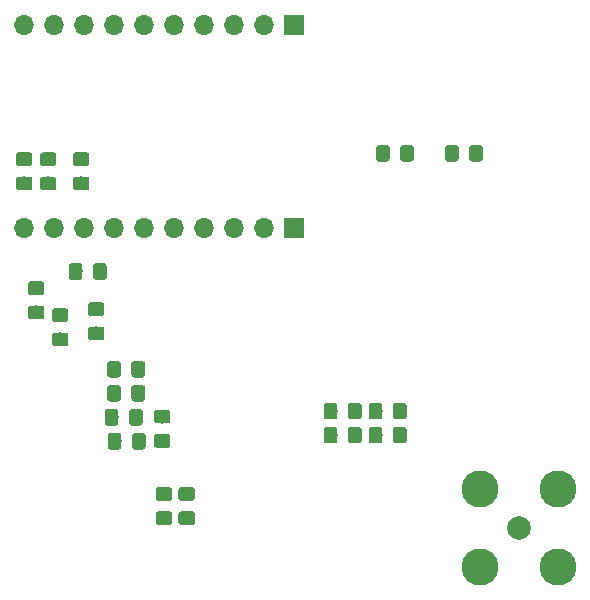
<source format=gbr>
G04 #@! TF.GenerationSoftware,KiCad,Pcbnew,(5.0.0)*
G04 #@! TF.CreationDate,2018-11-24T15:46:54-05:00*
G04 #@! TF.ProjectId,SDRRv2,5344525276322E6B696361645F706362,rev?*
G04 #@! TF.SameCoordinates,Original*
G04 #@! TF.FileFunction,Soldermask,Bot*
G04 #@! TF.FilePolarity,Negative*
%FSLAX46Y46*%
G04 Gerber Fmt 4.6, Leading zero omitted, Abs format (unit mm)*
G04 Created by KiCad (PCBNEW (5.0.0)) date 11/24/18 15:46:54*
%MOMM*%
%LPD*%
G01*
G04 APERTURE LIST*
%ADD10C,0.100000*%
%ADD11C,1.150000*%
%ADD12C,3.126000*%
%ADD13C,2.000000*%
%ADD14R,1.700000X1.700000*%
%ADD15O,1.700000X1.700000*%
G04 APERTURE END LIST*
D10*
G04 #@! TO.C,Cc2*
G36*
X23144590Y-155079043D02*
X23168858Y-155082643D01*
X23192657Y-155088604D01*
X23215756Y-155096869D01*
X23237935Y-155107359D01*
X23258978Y-155119971D01*
X23278684Y-155134586D01*
X23296862Y-155151062D01*
X23313338Y-155169240D01*
X23327953Y-155188946D01*
X23340565Y-155209989D01*
X23351055Y-155232168D01*
X23359320Y-155255267D01*
X23365281Y-155279066D01*
X23368881Y-155303334D01*
X23370085Y-155327838D01*
X23370085Y-155977840D01*
X23368881Y-156002344D01*
X23365281Y-156026612D01*
X23359320Y-156050411D01*
X23351055Y-156073510D01*
X23340565Y-156095689D01*
X23327953Y-156116732D01*
X23313338Y-156136438D01*
X23296862Y-156154616D01*
X23278684Y-156171092D01*
X23258978Y-156185707D01*
X23237935Y-156198319D01*
X23215756Y-156208809D01*
X23192657Y-156217074D01*
X23168858Y-156223035D01*
X23144590Y-156226635D01*
X23120086Y-156227839D01*
X22220084Y-156227839D01*
X22195580Y-156226635D01*
X22171312Y-156223035D01*
X22147513Y-156217074D01*
X22124414Y-156208809D01*
X22102235Y-156198319D01*
X22081192Y-156185707D01*
X22061486Y-156171092D01*
X22043308Y-156154616D01*
X22026832Y-156136438D01*
X22012217Y-156116732D01*
X21999605Y-156095689D01*
X21989115Y-156073510D01*
X21980850Y-156050411D01*
X21974889Y-156026612D01*
X21971289Y-156002344D01*
X21970085Y-155977840D01*
X21970085Y-155327838D01*
X21971289Y-155303334D01*
X21974889Y-155279066D01*
X21980850Y-155255267D01*
X21989115Y-155232168D01*
X21999605Y-155209989D01*
X22012217Y-155188946D01*
X22026832Y-155169240D01*
X22043308Y-155151062D01*
X22061486Y-155134586D01*
X22081192Y-155119971D01*
X22102235Y-155107359D01*
X22124414Y-155096869D01*
X22147513Y-155088604D01*
X22171312Y-155082643D01*
X22195580Y-155079043D01*
X22220084Y-155077839D01*
X23120086Y-155077839D01*
X23144590Y-155079043D01*
X23144590Y-155079043D01*
G37*
D11*
X22670085Y-155652839D03*
D10*
G36*
X23144590Y-153029043D02*
X23168858Y-153032643D01*
X23192657Y-153038604D01*
X23215756Y-153046869D01*
X23237935Y-153057359D01*
X23258978Y-153069971D01*
X23278684Y-153084586D01*
X23296862Y-153101062D01*
X23313338Y-153119240D01*
X23327953Y-153138946D01*
X23340565Y-153159989D01*
X23351055Y-153182168D01*
X23359320Y-153205267D01*
X23365281Y-153229066D01*
X23368881Y-153253334D01*
X23370085Y-153277838D01*
X23370085Y-153927840D01*
X23368881Y-153952344D01*
X23365281Y-153976612D01*
X23359320Y-154000411D01*
X23351055Y-154023510D01*
X23340565Y-154045689D01*
X23327953Y-154066732D01*
X23313338Y-154086438D01*
X23296862Y-154104616D01*
X23278684Y-154121092D01*
X23258978Y-154135707D01*
X23237935Y-154148319D01*
X23215756Y-154158809D01*
X23192657Y-154167074D01*
X23168858Y-154173035D01*
X23144590Y-154176635D01*
X23120086Y-154177839D01*
X22220084Y-154177839D01*
X22195580Y-154176635D01*
X22171312Y-154173035D01*
X22147513Y-154167074D01*
X22124414Y-154158809D01*
X22102235Y-154148319D01*
X22081192Y-154135707D01*
X22061486Y-154121092D01*
X22043308Y-154104616D01*
X22026832Y-154086438D01*
X22012217Y-154066732D01*
X21999605Y-154045689D01*
X21989115Y-154023510D01*
X21980850Y-154000411D01*
X21974889Y-153976612D01*
X21971289Y-153952344D01*
X21970085Y-153927840D01*
X21970085Y-153277838D01*
X21971289Y-153253334D01*
X21974889Y-153229066D01*
X21980850Y-153205267D01*
X21989115Y-153182168D01*
X21999605Y-153159989D01*
X22012217Y-153138946D01*
X22026832Y-153119240D01*
X22043308Y-153101062D01*
X22061486Y-153084586D01*
X22081192Y-153069971D01*
X22102235Y-153057359D01*
X22124414Y-153046869D01*
X22147513Y-153038604D01*
X22171312Y-153032643D01*
X22195580Y-153029043D01*
X22220084Y-153027839D01*
X23120086Y-153027839D01*
X23144590Y-153029043D01*
X23144590Y-153029043D01*
G37*
D11*
X22670085Y-153602839D03*
G04 #@! TD*
D10*
G04 #@! TO.C,Cc3*
G36*
X25176590Y-155088043D02*
X25200858Y-155091643D01*
X25224657Y-155097604D01*
X25247756Y-155105869D01*
X25269935Y-155116359D01*
X25290978Y-155128971D01*
X25310684Y-155143586D01*
X25328862Y-155160062D01*
X25345338Y-155178240D01*
X25359953Y-155197946D01*
X25372565Y-155218989D01*
X25383055Y-155241168D01*
X25391320Y-155264267D01*
X25397281Y-155288066D01*
X25400881Y-155312334D01*
X25402085Y-155336838D01*
X25402085Y-155986840D01*
X25400881Y-156011344D01*
X25397281Y-156035612D01*
X25391320Y-156059411D01*
X25383055Y-156082510D01*
X25372565Y-156104689D01*
X25359953Y-156125732D01*
X25345338Y-156145438D01*
X25328862Y-156163616D01*
X25310684Y-156180092D01*
X25290978Y-156194707D01*
X25269935Y-156207319D01*
X25247756Y-156217809D01*
X25224657Y-156226074D01*
X25200858Y-156232035D01*
X25176590Y-156235635D01*
X25152086Y-156236839D01*
X24252084Y-156236839D01*
X24227580Y-156235635D01*
X24203312Y-156232035D01*
X24179513Y-156226074D01*
X24156414Y-156217809D01*
X24134235Y-156207319D01*
X24113192Y-156194707D01*
X24093486Y-156180092D01*
X24075308Y-156163616D01*
X24058832Y-156145438D01*
X24044217Y-156125732D01*
X24031605Y-156104689D01*
X24021115Y-156082510D01*
X24012850Y-156059411D01*
X24006889Y-156035612D01*
X24003289Y-156011344D01*
X24002085Y-155986840D01*
X24002085Y-155336838D01*
X24003289Y-155312334D01*
X24006889Y-155288066D01*
X24012850Y-155264267D01*
X24021115Y-155241168D01*
X24031605Y-155218989D01*
X24044217Y-155197946D01*
X24058832Y-155178240D01*
X24075308Y-155160062D01*
X24093486Y-155143586D01*
X24113192Y-155128971D01*
X24134235Y-155116359D01*
X24156414Y-155105869D01*
X24179513Y-155097604D01*
X24203312Y-155091643D01*
X24227580Y-155088043D01*
X24252084Y-155086839D01*
X25152086Y-155086839D01*
X25176590Y-155088043D01*
X25176590Y-155088043D01*
G37*
D11*
X24702085Y-155661839D03*
D10*
G36*
X25176590Y-153038043D02*
X25200858Y-153041643D01*
X25224657Y-153047604D01*
X25247756Y-153055869D01*
X25269935Y-153066359D01*
X25290978Y-153078971D01*
X25310684Y-153093586D01*
X25328862Y-153110062D01*
X25345338Y-153128240D01*
X25359953Y-153147946D01*
X25372565Y-153168989D01*
X25383055Y-153191168D01*
X25391320Y-153214267D01*
X25397281Y-153238066D01*
X25400881Y-153262334D01*
X25402085Y-153286838D01*
X25402085Y-153936840D01*
X25400881Y-153961344D01*
X25397281Y-153985612D01*
X25391320Y-154009411D01*
X25383055Y-154032510D01*
X25372565Y-154054689D01*
X25359953Y-154075732D01*
X25345338Y-154095438D01*
X25328862Y-154113616D01*
X25310684Y-154130092D01*
X25290978Y-154144707D01*
X25269935Y-154157319D01*
X25247756Y-154167809D01*
X25224657Y-154176074D01*
X25200858Y-154182035D01*
X25176590Y-154185635D01*
X25152086Y-154186839D01*
X24252084Y-154186839D01*
X24227580Y-154185635D01*
X24203312Y-154182035D01*
X24179513Y-154176074D01*
X24156414Y-154167809D01*
X24134235Y-154157319D01*
X24113192Y-154144707D01*
X24093486Y-154130092D01*
X24075308Y-154113616D01*
X24058832Y-154095438D01*
X24044217Y-154075732D01*
X24031605Y-154054689D01*
X24021115Y-154032510D01*
X24012850Y-154009411D01*
X24006889Y-153985612D01*
X24003289Y-153961344D01*
X24002085Y-153936840D01*
X24002085Y-153286838D01*
X24003289Y-153262334D01*
X24006889Y-153238066D01*
X24012850Y-153214267D01*
X24021115Y-153191168D01*
X24031605Y-153168989D01*
X24044217Y-153147946D01*
X24058832Y-153128240D01*
X24075308Y-153110062D01*
X24093486Y-153093586D01*
X24113192Y-153078971D01*
X24134235Y-153066359D01*
X24156414Y-153055869D01*
X24179513Y-153047604D01*
X24203312Y-153041643D01*
X24227580Y-153038043D01*
X24252084Y-153036839D01*
X25152086Y-153036839D01*
X25176590Y-153038043D01*
X25176590Y-153038043D01*
G37*
D11*
X24702085Y-153611839D03*
G04 #@! TD*
D10*
G04 #@! TO.C,Cc6*
G36*
X61280990Y-152405043D02*
X61305258Y-152408643D01*
X61329057Y-152414604D01*
X61352156Y-152422869D01*
X61374335Y-152433359D01*
X61395378Y-152445971D01*
X61415084Y-152460586D01*
X61433262Y-152477062D01*
X61449738Y-152495240D01*
X61464353Y-152514946D01*
X61476965Y-152535989D01*
X61487455Y-152558168D01*
X61495720Y-152581267D01*
X61501681Y-152605066D01*
X61505281Y-152629334D01*
X61506485Y-152653838D01*
X61506485Y-153553840D01*
X61505281Y-153578344D01*
X61501681Y-153602612D01*
X61495720Y-153626411D01*
X61487455Y-153649510D01*
X61476965Y-153671689D01*
X61464353Y-153692732D01*
X61449738Y-153712438D01*
X61433262Y-153730616D01*
X61415084Y-153747092D01*
X61395378Y-153761707D01*
X61374335Y-153774319D01*
X61352156Y-153784809D01*
X61329057Y-153793074D01*
X61305258Y-153799035D01*
X61280990Y-153802635D01*
X61256486Y-153803839D01*
X60606484Y-153803839D01*
X60581980Y-153802635D01*
X60557712Y-153799035D01*
X60533913Y-153793074D01*
X60510814Y-153784809D01*
X60488635Y-153774319D01*
X60467592Y-153761707D01*
X60447886Y-153747092D01*
X60429708Y-153730616D01*
X60413232Y-153712438D01*
X60398617Y-153692732D01*
X60386005Y-153671689D01*
X60375515Y-153649510D01*
X60367250Y-153626411D01*
X60361289Y-153602612D01*
X60357689Y-153578344D01*
X60356485Y-153553840D01*
X60356485Y-152653838D01*
X60357689Y-152629334D01*
X60361289Y-152605066D01*
X60367250Y-152581267D01*
X60375515Y-152558168D01*
X60386005Y-152535989D01*
X60398617Y-152514946D01*
X60413232Y-152495240D01*
X60429708Y-152477062D01*
X60447886Y-152460586D01*
X60467592Y-152445971D01*
X60488635Y-152433359D01*
X60510814Y-152422869D01*
X60533913Y-152414604D01*
X60557712Y-152408643D01*
X60581980Y-152405043D01*
X60606484Y-152403839D01*
X61256486Y-152403839D01*
X61280990Y-152405043D01*
X61280990Y-152405043D01*
G37*
D11*
X60931485Y-153103839D03*
D10*
G36*
X59230990Y-152405043D02*
X59255258Y-152408643D01*
X59279057Y-152414604D01*
X59302156Y-152422869D01*
X59324335Y-152433359D01*
X59345378Y-152445971D01*
X59365084Y-152460586D01*
X59383262Y-152477062D01*
X59399738Y-152495240D01*
X59414353Y-152514946D01*
X59426965Y-152535989D01*
X59437455Y-152558168D01*
X59445720Y-152581267D01*
X59451681Y-152605066D01*
X59455281Y-152629334D01*
X59456485Y-152653838D01*
X59456485Y-153553840D01*
X59455281Y-153578344D01*
X59451681Y-153602612D01*
X59445720Y-153626411D01*
X59437455Y-153649510D01*
X59426965Y-153671689D01*
X59414353Y-153692732D01*
X59399738Y-153712438D01*
X59383262Y-153730616D01*
X59365084Y-153747092D01*
X59345378Y-153761707D01*
X59324335Y-153774319D01*
X59302156Y-153784809D01*
X59279057Y-153793074D01*
X59255258Y-153799035D01*
X59230990Y-153802635D01*
X59206486Y-153803839D01*
X58556484Y-153803839D01*
X58531980Y-153802635D01*
X58507712Y-153799035D01*
X58483913Y-153793074D01*
X58460814Y-153784809D01*
X58438635Y-153774319D01*
X58417592Y-153761707D01*
X58397886Y-153747092D01*
X58379708Y-153730616D01*
X58363232Y-153712438D01*
X58348617Y-153692732D01*
X58336005Y-153671689D01*
X58325515Y-153649510D01*
X58317250Y-153626411D01*
X58311289Y-153602612D01*
X58307689Y-153578344D01*
X58306485Y-153553840D01*
X58306485Y-152653838D01*
X58307689Y-152629334D01*
X58311289Y-152605066D01*
X58317250Y-152581267D01*
X58325515Y-152558168D01*
X58336005Y-152535989D01*
X58348617Y-152514946D01*
X58363232Y-152495240D01*
X58379708Y-152477062D01*
X58397886Y-152460586D01*
X58417592Y-152445971D01*
X58438635Y-152433359D01*
X58460814Y-152422869D01*
X58483913Y-152414604D01*
X58507712Y-152408643D01*
X58531980Y-152405043D01*
X58556484Y-152403839D01*
X59206486Y-152403839D01*
X59230990Y-152405043D01*
X59230990Y-152405043D01*
G37*
D11*
X58881485Y-153103839D03*
G04 #@! TD*
D10*
G04 #@! TO.C,Cc7*
G36*
X53388990Y-152405043D02*
X53413258Y-152408643D01*
X53437057Y-152414604D01*
X53460156Y-152422869D01*
X53482335Y-152433359D01*
X53503378Y-152445971D01*
X53523084Y-152460586D01*
X53541262Y-152477062D01*
X53557738Y-152495240D01*
X53572353Y-152514946D01*
X53584965Y-152535989D01*
X53595455Y-152558168D01*
X53603720Y-152581267D01*
X53609681Y-152605066D01*
X53613281Y-152629334D01*
X53614485Y-152653838D01*
X53614485Y-153553840D01*
X53613281Y-153578344D01*
X53609681Y-153602612D01*
X53603720Y-153626411D01*
X53595455Y-153649510D01*
X53584965Y-153671689D01*
X53572353Y-153692732D01*
X53557738Y-153712438D01*
X53541262Y-153730616D01*
X53523084Y-153747092D01*
X53503378Y-153761707D01*
X53482335Y-153774319D01*
X53460156Y-153784809D01*
X53437057Y-153793074D01*
X53413258Y-153799035D01*
X53388990Y-153802635D01*
X53364486Y-153803839D01*
X52714484Y-153803839D01*
X52689980Y-153802635D01*
X52665712Y-153799035D01*
X52641913Y-153793074D01*
X52618814Y-153784809D01*
X52596635Y-153774319D01*
X52575592Y-153761707D01*
X52555886Y-153747092D01*
X52537708Y-153730616D01*
X52521232Y-153712438D01*
X52506617Y-153692732D01*
X52494005Y-153671689D01*
X52483515Y-153649510D01*
X52475250Y-153626411D01*
X52469289Y-153602612D01*
X52465689Y-153578344D01*
X52464485Y-153553840D01*
X52464485Y-152653838D01*
X52465689Y-152629334D01*
X52469289Y-152605066D01*
X52475250Y-152581267D01*
X52483515Y-152558168D01*
X52494005Y-152535989D01*
X52506617Y-152514946D01*
X52521232Y-152495240D01*
X52537708Y-152477062D01*
X52555886Y-152460586D01*
X52575592Y-152445971D01*
X52596635Y-152433359D01*
X52618814Y-152422869D01*
X52641913Y-152414604D01*
X52665712Y-152408643D01*
X52689980Y-152405043D01*
X52714484Y-152403839D01*
X53364486Y-152403839D01*
X53388990Y-152405043D01*
X53388990Y-152405043D01*
G37*
D11*
X53039485Y-153103839D03*
D10*
G36*
X55438990Y-152405043D02*
X55463258Y-152408643D01*
X55487057Y-152414604D01*
X55510156Y-152422869D01*
X55532335Y-152433359D01*
X55553378Y-152445971D01*
X55573084Y-152460586D01*
X55591262Y-152477062D01*
X55607738Y-152495240D01*
X55622353Y-152514946D01*
X55634965Y-152535989D01*
X55645455Y-152558168D01*
X55653720Y-152581267D01*
X55659681Y-152605066D01*
X55663281Y-152629334D01*
X55664485Y-152653838D01*
X55664485Y-153553840D01*
X55663281Y-153578344D01*
X55659681Y-153602612D01*
X55653720Y-153626411D01*
X55645455Y-153649510D01*
X55634965Y-153671689D01*
X55622353Y-153692732D01*
X55607738Y-153712438D01*
X55591262Y-153730616D01*
X55573084Y-153747092D01*
X55553378Y-153761707D01*
X55532335Y-153774319D01*
X55510156Y-153784809D01*
X55487057Y-153793074D01*
X55463258Y-153799035D01*
X55438990Y-153802635D01*
X55414486Y-153803839D01*
X54764484Y-153803839D01*
X54739980Y-153802635D01*
X54715712Y-153799035D01*
X54691913Y-153793074D01*
X54668814Y-153784809D01*
X54646635Y-153774319D01*
X54625592Y-153761707D01*
X54605886Y-153747092D01*
X54587708Y-153730616D01*
X54571232Y-153712438D01*
X54556617Y-153692732D01*
X54544005Y-153671689D01*
X54533515Y-153649510D01*
X54525250Y-153626411D01*
X54519289Y-153602612D01*
X54515689Y-153578344D01*
X54514485Y-153553840D01*
X54514485Y-152653838D01*
X54515689Y-152629334D01*
X54519289Y-152605066D01*
X54525250Y-152581267D01*
X54533515Y-152558168D01*
X54544005Y-152535989D01*
X54556617Y-152514946D01*
X54571232Y-152495240D01*
X54587708Y-152477062D01*
X54605886Y-152460586D01*
X54625592Y-152445971D01*
X54646635Y-152433359D01*
X54668814Y-152422869D01*
X54691913Y-152414604D01*
X54715712Y-152408643D01*
X54739980Y-152405043D01*
X54764484Y-152403839D01*
X55414486Y-152403839D01*
X55438990Y-152405043D01*
X55438990Y-152405043D01*
G37*
D11*
X55089485Y-153103839D03*
G04 #@! TD*
D10*
G04 #@! TO.C,Cc8*
G36*
X27970590Y-153029043D02*
X27994858Y-153032643D01*
X28018657Y-153038604D01*
X28041756Y-153046869D01*
X28063935Y-153057359D01*
X28084978Y-153069971D01*
X28104684Y-153084586D01*
X28122862Y-153101062D01*
X28139338Y-153119240D01*
X28153953Y-153138946D01*
X28166565Y-153159989D01*
X28177055Y-153182168D01*
X28185320Y-153205267D01*
X28191281Y-153229066D01*
X28194881Y-153253334D01*
X28196085Y-153277838D01*
X28196085Y-153927840D01*
X28194881Y-153952344D01*
X28191281Y-153976612D01*
X28185320Y-154000411D01*
X28177055Y-154023510D01*
X28166565Y-154045689D01*
X28153953Y-154066732D01*
X28139338Y-154086438D01*
X28122862Y-154104616D01*
X28104684Y-154121092D01*
X28084978Y-154135707D01*
X28063935Y-154148319D01*
X28041756Y-154158809D01*
X28018657Y-154167074D01*
X27994858Y-154173035D01*
X27970590Y-154176635D01*
X27946086Y-154177839D01*
X27046084Y-154177839D01*
X27021580Y-154176635D01*
X26997312Y-154173035D01*
X26973513Y-154167074D01*
X26950414Y-154158809D01*
X26928235Y-154148319D01*
X26907192Y-154135707D01*
X26887486Y-154121092D01*
X26869308Y-154104616D01*
X26852832Y-154086438D01*
X26838217Y-154066732D01*
X26825605Y-154045689D01*
X26815115Y-154023510D01*
X26806850Y-154000411D01*
X26800889Y-153976612D01*
X26797289Y-153952344D01*
X26796085Y-153927840D01*
X26796085Y-153277838D01*
X26797289Y-153253334D01*
X26800889Y-153229066D01*
X26806850Y-153205267D01*
X26815115Y-153182168D01*
X26825605Y-153159989D01*
X26838217Y-153138946D01*
X26852832Y-153119240D01*
X26869308Y-153101062D01*
X26887486Y-153084586D01*
X26907192Y-153069971D01*
X26928235Y-153057359D01*
X26950414Y-153046869D01*
X26973513Y-153038604D01*
X26997312Y-153032643D01*
X27021580Y-153029043D01*
X27046084Y-153027839D01*
X27946086Y-153027839D01*
X27970590Y-153029043D01*
X27970590Y-153029043D01*
G37*
D11*
X27496085Y-153602839D03*
D10*
G36*
X27970590Y-155079043D02*
X27994858Y-155082643D01*
X28018657Y-155088604D01*
X28041756Y-155096869D01*
X28063935Y-155107359D01*
X28084978Y-155119971D01*
X28104684Y-155134586D01*
X28122862Y-155151062D01*
X28139338Y-155169240D01*
X28153953Y-155188946D01*
X28166565Y-155209989D01*
X28177055Y-155232168D01*
X28185320Y-155255267D01*
X28191281Y-155279066D01*
X28194881Y-155303334D01*
X28196085Y-155327838D01*
X28196085Y-155977840D01*
X28194881Y-156002344D01*
X28191281Y-156026612D01*
X28185320Y-156050411D01*
X28177055Y-156073510D01*
X28166565Y-156095689D01*
X28153953Y-156116732D01*
X28139338Y-156136438D01*
X28122862Y-156154616D01*
X28104684Y-156171092D01*
X28084978Y-156185707D01*
X28063935Y-156198319D01*
X28041756Y-156208809D01*
X28018657Y-156217074D01*
X27994858Y-156223035D01*
X27970590Y-156226635D01*
X27946086Y-156227839D01*
X27046084Y-156227839D01*
X27021580Y-156226635D01*
X26997312Y-156223035D01*
X26973513Y-156217074D01*
X26950414Y-156208809D01*
X26928235Y-156198319D01*
X26907192Y-156185707D01*
X26887486Y-156171092D01*
X26869308Y-156154616D01*
X26852832Y-156136438D01*
X26838217Y-156116732D01*
X26825605Y-156095689D01*
X26815115Y-156073510D01*
X26806850Y-156050411D01*
X26800889Y-156026612D01*
X26797289Y-156002344D01*
X26796085Y-155977840D01*
X26796085Y-155327838D01*
X26797289Y-155303334D01*
X26800889Y-155279066D01*
X26806850Y-155255267D01*
X26815115Y-155232168D01*
X26825605Y-155209989D01*
X26838217Y-155188946D01*
X26852832Y-155169240D01*
X26869308Y-155151062D01*
X26887486Y-155134586D01*
X26907192Y-155119971D01*
X26928235Y-155107359D01*
X26950414Y-155096869D01*
X26973513Y-155088604D01*
X26997312Y-155082643D01*
X27021580Y-155079043D01*
X27046084Y-155077839D01*
X27946086Y-155077839D01*
X27970590Y-155079043D01*
X27970590Y-155079043D01*
G37*
D11*
X27496085Y-155652839D03*
G04 #@! TD*
D10*
G04 #@! TO.C,Cc10*
G36*
X54826285Y-174242168D02*
X54850553Y-174245768D01*
X54874352Y-174251729D01*
X54897451Y-174259994D01*
X54919630Y-174270484D01*
X54940673Y-174283096D01*
X54960379Y-174297711D01*
X54978557Y-174314187D01*
X54995033Y-174332365D01*
X55009648Y-174352071D01*
X55022260Y-174373114D01*
X55032750Y-174395293D01*
X55041015Y-174418392D01*
X55046976Y-174442191D01*
X55050576Y-174466459D01*
X55051780Y-174490963D01*
X55051780Y-175390965D01*
X55050576Y-175415469D01*
X55046976Y-175439737D01*
X55041015Y-175463536D01*
X55032750Y-175486635D01*
X55022260Y-175508814D01*
X55009648Y-175529857D01*
X54995033Y-175549563D01*
X54978557Y-175567741D01*
X54960379Y-175584217D01*
X54940673Y-175598832D01*
X54919630Y-175611444D01*
X54897451Y-175621934D01*
X54874352Y-175630199D01*
X54850553Y-175636160D01*
X54826285Y-175639760D01*
X54801781Y-175640964D01*
X54151779Y-175640964D01*
X54127275Y-175639760D01*
X54103007Y-175636160D01*
X54079208Y-175630199D01*
X54056109Y-175621934D01*
X54033930Y-175611444D01*
X54012887Y-175598832D01*
X53993181Y-175584217D01*
X53975003Y-175567741D01*
X53958527Y-175549563D01*
X53943912Y-175529857D01*
X53931300Y-175508814D01*
X53920810Y-175486635D01*
X53912545Y-175463536D01*
X53906584Y-175439737D01*
X53902984Y-175415469D01*
X53901780Y-175390965D01*
X53901780Y-174490963D01*
X53902984Y-174466459D01*
X53906584Y-174442191D01*
X53912545Y-174418392D01*
X53920810Y-174395293D01*
X53931300Y-174373114D01*
X53943912Y-174352071D01*
X53958527Y-174332365D01*
X53975003Y-174314187D01*
X53993181Y-174297711D01*
X54012887Y-174283096D01*
X54033930Y-174270484D01*
X54056109Y-174259994D01*
X54079208Y-174251729D01*
X54103007Y-174245768D01*
X54127275Y-174242168D01*
X54151779Y-174240964D01*
X54801781Y-174240964D01*
X54826285Y-174242168D01*
X54826285Y-174242168D01*
G37*
D11*
X54476780Y-174940964D03*
D10*
G36*
X52776285Y-174242168D02*
X52800553Y-174245768D01*
X52824352Y-174251729D01*
X52847451Y-174259994D01*
X52869630Y-174270484D01*
X52890673Y-174283096D01*
X52910379Y-174297711D01*
X52928557Y-174314187D01*
X52945033Y-174332365D01*
X52959648Y-174352071D01*
X52972260Y-174373114D01*
X52982750Y-174395293D01*
X52991015Y-174418392D01*
X52996976Y-174442191D01*
X53000576Y-174466459D01*
X53001780Y-174490963D01*
X53001780Y-175390965D01*
X53000576Y-175415469D01*
X52996976Y-175439737D01*
X52991015Y-175463536D01*
X52982750Y-175486635D01*
X52972260Y-175508814D01*
X52959648Y-175529857D01*
X52945033Y-175549563D01*
X52928557Y-175567741D01*
X52910379Y-175584217D01*
X52890673Y-175598832D01*
X52869630Y-175611444D01*
X52847451Y-175621934D01*
X52824352Y-175630199D01*
X52800553Y-175636160D01*
X52776285Y-175639760D01*
X52751781Y-175640964D01*
X52101779Y-175640964D01*
X52077275Y-175639760D01*
X52053007Y-175636160D01*
X52029208Y-175630199D01*
X52006109Y-175621934D01*
X51983930Y-175611444D01*
X51962887Y-175598832D01*
X51943181Y-175584217D01*
X51925003Y-175567741D01*
X51908527Y-175549563D01*
X51893912Y-175529857D01*
X51881300Y-175508814D01*
X51870810Y-175486635D01*
X51862545Y-175463536D01*
X51856584Y-175439737D01*
X51852984Y-175415469D01*
X51851780Y-175390965D01*
X51851780Y-174490963D01*
X51852984Y-174466459D01*
X51856584Y-174442191D01*
X51862545Y-174418392D01*
X51870810Y-174395293D01*
X51881300Y-174373114D01*
X51893912Y-174352071D01*
X51908527Y-174332365D01*
X51925003Y-174314187D01*
X51943181Y-174297711D01*
X51962887Y-174283096D01*
X51983930Y-174270484D01*
X52006109Y-174259994D01*
X52029208Y-174251729D01*
X52053007Y-174245768D01*
X52077275Y-174242168D01*
X52101779Y-174240964D01*
X52751781Y-174240964D01*
X52776285Y-174242168D01*
X52776285Y-174242168D01*
G37*
D11*
X52426780Y-174940964D03*
G04 #@! TD*
D10*
G04 #@! TO.C,Cc11*
G36*
X52776285Y-176274168D02*
X52800553Y-176277768D01*
X52824352Y-176283729D01*
X52847451Y-176291994D01*
X52869630Y-176302484D01*
X52890673Y-176315096D01*
X52910379Y-176329711D01*
X52928557Y-176346187D01*
X52945033Y-176364365D01*
X52959648Y-176384071D01*
X52972260Y-176405114D01*
X52982750Y-176427293D01*
X52991015Y-176450392D01*
X52996976Y-176474191D01*
X53000576Y-176498459D01*
X53001780Y-176522963D01*
X53001780Y-177422965D01*
X53000576Y-177447469D01*
X52996976Y-177471737D01*
X52991015Y-177495536D01*
X52982750Y-177518635D01*
X52972260Y-177540814D01*
X52959648Y-177561857D01*
X52945033Y-177581563D01*
X52928557Y-177599741D01*
X52910379Y-177616217D01*
X52890673Y-177630832D01*
X52869630Y-177643444D01*
X52847451Y-177653934D01*
X52824352Y-177662199D01*
X52800553Y-177668160D01*
X52776285Y-177671760D01*
X52751781Y-177672964D01*
X52101779Y-177672964D01*
X52077275Y-177671760D01*
X52053007Y-177668160D01*
X52029208Y-177662199D01*
X52006109Y-177653934D01*
X51983930Y-177643444D01*
X51962887Y-177630832D01*
X51943181Y-177616217D01*
X51925003Y-177599741D01*
X51908527Y-177581563D01*
X51893912Y-177561857D01*
X51881300Y-177540814D01*
X51870810Y-177518635D01*
X51862545Y-177495536D01*
X51856584Y-177471737D01*
X51852984Y-177447469D01*
X51851780Y-177422965D01*
X51851780Y-176522963D01*
X51852984Y-176498459D01*
X51856584Y-176474191D01*
X51862545Y-176450392D01*
X51870810Y-176427293D01*
X51881300Y-176405114D01*
X51893912Y-176384071D01*
X51908527Y-176364365D01*
X51925003Y-176346187D01*
X51943181Y-176329711D01*
X51962887Y-176315096D01*
X51983930Y-176302484D01*
X52006109Y-176291994D01*
X52029208Y-176283729D01*
X52053007Y-176277768D01*
X52077275Y-176274168D01*
X52101779Y-176272964D01*
X52751781Y-176272964D01*
X52776285Y-176274168D01*
X52776285Y-176274168D01*
G37*
D11*
X52426780Y-176972964D03*
D10*
G36*
X54826285Y-176274168D02*
X54850553Y-176277768D01*
X54874352Y-176283729D01*
X54897451Y-176291994D01*
X54919630Y-176302484D01*
X54940673Y-176315096D01*
X54960379Y-176329711D01*
X54978557Y-176346187D01*
X54995033Y-176364365D01*
X55009648Y-176384071D01*
X55022260Y-176405114D01*
X55032750Y-176427293D01*
X55041015Y-176450392D01*
X55046976Y-176474191D01*
X55050576Y-176498459D01*
X55051780Y-176522963D01*
X55051780Y-177422965D01*
X55050576Y-177447469D01*
X55046976Y-177471737D01*
X55041015Y-177495536D01*
X55032750Y-177518635D01*
X55022260Y-177540814D01*
X55009648Y-177561857D01*
X54995033Y-177581563D01*
X54978557Y-177599741D01*
X54960379Y-177616217D01*
X54940673Y-177630832D01*
X54919630Y-177643444D01*
X54897451Y-177653934D01*
X54874352Y-177662199D01*
X54850553Y-177668160D01*
X54826285Y-177671760D01*
X54801781Y-177672964D01*
X54151779Y-177672964D01*
X54127275Y-177671760D01*
X54103007Y-177668160D01*
X54079208Y-177662199D01*
X54056109Y-177653934D01*
X54033930Y-177643444D01*
X54012887Y-177630832D01*
X53993181Y-177616217D01*
X53975003Y-177599741D01*
X53958527Y-177581563D01*
X53943912Y-177561857D01*
X53931300Y-177540814D01*
X53920810Y-177518635D01*
X53912545Y-177495536D01*
X53906584Y-177471737D01*
X53902984Y-177447469D01*
X53901780Y-177422965D01*
X53901780Y-176522963D01*
X53902984Y-176498459D01*
X53906584Y-176474191D01*
X53912545Y-176450392D01*
X53920810Y-176427293D01*
X53931300Y-176405114D01*
X53943912Y-176384071D01*
X53958527Y-176364365D01*
X53975003Y-176346187D01*
X53993181Y-176329711D01*
X54012887Y-176315096D01*
X54033930Y-176302484D01*
X54056109Y-176291994D01*
X54079208Y-176283729D01*
X54103007Y-176277768D01*
X54127275Y-176274168D01*
X54151779Y-176272964D01*
X54801781Y-176272964D01*
X54826285Y-176274168D01*
X54826285Y-176274168D01*
G37*
D11*
X54476780Y-176972964D03*
G04 #@! TD*
D10*
G04 #@! TO.C,Cc14*
G36*
X51016285Y-174242168D02*
X51040553Y-174245768D01*
X51064352Y-174251729D01*
X51087451Y-174259994D01*
X51109630Y-174270484D01*
X51130673Y-174283096D01*
X51150379Y-174297711D01*
X51168557Y-174314187D01*
X51185033Y-174332365D01*
X51199648Y-174352071D01*
X51212260Y-174373114D01*
X51222750Y-174395293D01*
X51231015Y-174418392D01*
X51236976Y-174442191D01*
X51240576Y-174466459D01*
X51241780Y-174490963D01*
X51241780Y-175390965D01*
X51240576Y-175415469D01*
X51236976Y-175439737D01*
X51231015Y-175463536D01*
X51222750Y-175486635D01*
X51212260Y-175508814D01*
X51199648Y-175529857D01*
X51185033Y-175549563D01*
X51168557Y-175567741D01*
X51150379Y-175584217D01*
X51130673Y-175598832D01*
X51109630Y-175611444D01*
X51087451Y-175621934D01*
X51064352Y-175630199D01*
X51040553Y-175636160D01*
X51016285Y-175639760D01*
X50991781Y-175640964D01*
X50341779Y-175640964D01*
X50317275Y-175639760D01*
X50293007Y-175636160D01*
X50269208Y-175630199D01*
X50246109Y-175621934D01*
X50223930Y-175611444D01*
X50202887Y-175598832D01*
X50183181Y-175584217D01*
X50165003Y-175567741D01*
X50148527Y-175549563D01*
X50133912Y-175529857D01*
X50121300Y-175508814D01*
X50110810Y-175486635D01*
X50102545Y-175463536D01*
X50096584Y-175439737D01*
X50092984Y-175415469D01*
X50091780Y-175390965D01*
X50091780Y-174490963D01*
X50092984Y-174466459D01*
X50096584Y-174442191D01*
X50102545Y-174418392D01*
X50110810Y-174395293D01*
X50121300Y-174373114D01*
X50133912Y-174352071D01*
X50148527Y-174332365D01*
X50165003Y-174314187D01*
X50183181Y-174297711D01*
X50202887Y-174283096D01*
X50223930Y-174270484D01*
X50246109Y-174259994D01*
X50269208Y-174251729D01*
X50293007Y-174245768D01*
X50317275Y-174242168D01*
X50341779Y-174240964D01*
X50991781Y-174240964D01*
X51016285Y-174242168D01*
X51016285Y-174242168D01*
G37*
D11*
X50666780Y-174940964D03*
D10*
G36*
X48966285Y-174242168D02*
X48990553Y-174245768D01*
X49014352Y-174251729D01*
X49037451Y-174259994D01*
X49059630Y-174270484D01*
X49080673Y-174283096D01*
X49100379Y-174297711D01*
X49118557Y-174314187D01*
X49135033Y-174332365D01*
X49149648Y-174352071D01*
X49162260Y-174373114D01*
X49172750Y-174395293D01*
X49181015Y-174418392D01*
X49186976Y-174442191D01*
X49190576Y-174466459D01*
X49191780Y-174490963D01*
X49191780Y-175390965D01*
X49190576Y-175415469D01*
X49186976Y-175439737D01*
X49181015Y-175463536D01*
X49172750Y-175486635D01*
X49162260Y-175508814D01*
X49149648Y-175529857D01*
X49135033Y-175549563D01*
X49118557Y-175567741D01*
X49100379Y-175584217D01*
X49080673Y-175598832D01*
X49059630Y-175611444D01*
X49037451Y-175621934D01*
X49014352Y-175630199D01*
X48990553Y-175636160D01*
X48966285Y-175639760D01*
X48941781Y-175640964D01*
X48291779Y-175640964D01*
X48267275Y-175639760D01*
X48243007Y-175636160D01*
X48219208Y-175630199D01*
X48196109Y-175621934D01*
X48173930Y-175611444D01*
X48152887Y-175598832D01*
X48133181Y-175584217D01*
X48115003Y-175567741D01*
X48098527Y-175549563D01*
X48083912Y-175529857D01*
X48071300Y-175508814D01*
X48060810Y-175486635D01*
X48052545Y-175463536D01*
X48046584Y-175439737D01*
X48042984Y-175415469D01*
X48041780Y-175390965D01*
X48041780Y-174490963D01*
X48042984Y-174466459D01*
X48046584Y-174442191D01*
X48052545Y-174418392D01*
X48060810Y-174395293D01*
X48071300Y-174373114D01*
X48083912Y-174352071D01*
X48098527Y-174332365D01*
X48115003Y-174314187D01*
X48133181Y-174297711D01*
X48152887Y-174283096D01*
X48173930Y-174270484D01*
X48196109Y-174259994D01*
X48219208Y-174251729D01*
X48243007Y-174245768D01*
X48267275Y-174242168D01*
X48291779Y-174240964D01*
X48941781Y-174240964D01*
X48966285Y-174242168D01*
X48966285Y-174242168D01*
G37*
D11*
X48616780Y-174940964D03*
G04 #@! TD*
D10*
G04 #@! TO.C,Cc15*
G36*
X27379390Y-162412643D02*
X27403658Y-162416243D01*
X27427457Y-162422204D01*
X27450556Y-162430469D01*
X27472735Y-162440959D01*
X27493778Y-162453571D01*
X27513484Y-162468186D01*
X27531662Y-162484662D01*
X27548138Y-162502840D01*
X27562753Y-162522546D01*
X27575365Y-162543589D01*
X27585855Y-162565768D01*
X27594120Y-162588867D01*
X27600081Y-162612666D01*
X27603681Y-162636934D01*
X27604885Y-162661438D01*
X27604885Y-163561440D01*
X27603681Y-163585944D01*
X27600081Y-163610212D01*
X27594120Y-163634011D01*
X27585855Y-163657110D01*
X27575365Y-163679289D01*
X27562753Y-163700332D01*
X27548138Y-163720038D01*
X27531662Y-163738216D01*
X27513484Y-163754692D01*
X27493778Y-163769307D01*
X27472735Y-163781919D01*
X27450556Y-163792409D01*
X27427457Y-163800674D01*
X27403658Y-163806635D01*
X27379390Y-163810235D01*
X27354886Y-163811439D01*
X26704884Y-163811439D01*
X26680380Y-163810235D01*
X26656112Y-163806635D01*
X26632313Y-163800674D01*
X26609214Y-163792409D01*
X26587035Y-163781919D01*
X26565992Y-163769307D01*
X26546286Y-163754692D01*
X26528108Y-163738216D01*
X26511632Y-163720038D01*
X26497017Y-163700332D01*
X26484405Y-163679289D01*
X26473915Y-163657110D01*
X26465650Y-163634011D01*
X26459689Y-163610212D01*
X26456089Y-163585944D01*
X26454885Y-163561440D01*
X26454885Y-162661438D01*
X26456089Y-162636934D01*
X26459689Y-162612666D01*
X26465650Y-162588867D01*
X26473915Y-162565768D01*
X26484405Y-162543589D01*
X26497017Y-162522546D01*
X26511632Y-162502840D01*
X26528108Y-162484662D01*
X26546286Y-162468186D01*
X26565992Y-162453571D01*
X26587035Y-162440959D01*
X26609214Y-162430469D01*
X26632313Y-162422204D01*
X26656112Y-162416243D01*
X26680380Y-162412643D01*
X26704884Y-162411439D01*
X27354886Y-162411439D01*
X27379390Y-162412643D01*
X27379390Y-162412643D01*
G37*
D11*
X27029885Y-163111439D03*
D10*
G36*
X29429390Y-162412643D02*
X29453658Y-162416243D01*
X29477457Y-162422204D01*
X29500556Y-162430469D01*
X29522735Y-162440959D01*
X29543778Y-162453571D01*
X29563484Y-162468186D01*
X29581662Y-162484662D01*
X29598138Y-162502840D01*
X29612753Y-162522546D01*
X29625365Y-162543589D01*
X29635855Y-162565768D01*
X29644120Y-162588867D01*
X29650081Y-162612666D01*
X29653681Y-162636934D01*
X29654885Y-162661438D01*
X29654885Y-163561440D01*
X29653681Y-163585944D01*
X29650081Y-163610212D01*
X29644120Y-163634011D01*
X29635855Y-163657110D01*
X29625365Y-163679289D01*
X29612753Y-163700332D01*
X29598138Y-163720038D01*
X29581662Y-163738216D01*
X29563484Y-163754692D01*
X29543778Y-163769307D01*
X29522735Y-163781919D01*
X29500556Y-163792409D01*
X29477457Y-163800674D01*
X29453658Y-163806635D01*
X29429390Y-163810235D01*
X29404886Y-163811439D01*
X28754884Y-163811439D01*
X28730380Y-163810235D01*
X28706112Y-163806635D01*
X28682313Y-163800674D01*
X28659214Y-163792409D01*
X28637035Y-163781919D01*
X28615992Y-163769307D01*
X28596286Y-163754692D01*
X28578108Y-163738216D01*
X28561632Y-163720038D01*
X28547017Y-163700332D01*
X28534405Y-163679289D01*
X28523915Y-163657110D01*
X28515650Y-163634011D01*
X28509689Y-163610212D01*
X28506089Y-163585944D01*
X28504885Y-163561440D01*
X28504885Y-162661438D01*
X28506089Y-162636934D01*
X28509689Y-162612666D01*
X28515650Y-162588867D01*
X28523915Y-162565768D01*
X28534405Y-162543589D01*
X28547017Y-162522546D01*
X28561632Y-162502840D01*
X28578108Y-162484662D01*
X28596286Y-162468186D01*
X28615992Y-162453571D01*
X28637035Y-162440959D01*
X28659214Y-162430469D01*
X28682313Y-162422204D01*
X28706112Y-162416243D01*
X28730380Y-162412643D01*
X28754884Y-162411439D01*
X29404886Y-162411439D01*
X29429390Y-162412643D01*
X29429390Y-162412643D01*
G37*
D11*
X29079885Y-163111439D03*
G04 #@! TD*
D10*
G04 #@! TO.C,Cc16*
G36*
X51016285Y-176274168D02*
X51040553Y-176277768D01*
X51064352Y-176283729D01*
X51087451Y-176291994D01*
X51109630Y-176302484D01*
X51130673Y-176315096D01*
X51150379Y-176329711D01*
X51168557Y-176346187D01*
X51185033Y-176364365D01*
X51199648Y-176384071D01*
X51212260Y-176405114D01*
X51222750Y-176427293D01*
X51231015Y-176450392D01*
X51236976Y-176474191D01*
X51240576Y-176498459D01*
X51241780Y-176522963D01*
X51241780Y-177422965D01*
X51240576Y-177447469D01*
X51236976Y-177471737D01*
X51231015Y-177495536D01*
X51222750Y-177518635D01*
X51212260Y-177540814D01*
X51199648Y-177561857D01*
X51185033Y-177581563D01*
X51168557Y-177599741D01*
X51150379Y-177616217D01*
X51130673Y-177630832D01*
X51109630Y-177643444D01*
X51087451Y-177653934D01*
X51064352Y-177662199D01*
X51040553Y-177668160D01*
X51016285Y-177671760D01*
X50991781Y-177672964D01*
X50341779Y-177672964D01*
X50317275Y-177671760D01*
X50293007Y-177668160D01*
X50269208Y-177662199D01*
X50246109Y-177653934D01*
X50223930Y-177643444D01*
X50202887Y-177630832D01*
X50183181Y-177616217D01*
X50165003Y-177599741D01*
X50148527Y-177581563D01*
X50133912Y-177561857D01*
X50121300Y-177540814D01*
X50110810Y-177518635D01*
X50102545Y-177495536D01*
X50096584Y-177471737D01*
X50092984Y-177447469D01*
X50091780Y-177422965D01*
X50091780Y-176522963D01*
X50092984Y-176498459D01*
X50096584Y-176474191D01*
X50102545Y-176450392D01*
X50110810Y-176427293D01*
X50121300Y-176405114D01*
X50133912Y-176384071D01*
X50148527Y-176364365D01*
X50165003Y-176346187D01*
X50183181Y-176329711D01*
X50202887Y-176315096D01*
X50223930Y-176302484D01*
X50246109Y-176291994D01*
X50269208Y-176283729D01*
X50293007Y-176277768D01*
X50317275Y-176274168D01*
X50341779Y-176272964D01*
X50991781Y-176272964D01*
X51016285Y-176274168D01*
X51016285Y-176274168D01*
G37*
D11*
X50666780Y-176972964D03*
D10*
G36*
X48966285Y-176274168D02*
X48990553Y-176277768D01*
X49014352Y-176283729D01*
X49037451Y-176291994D01*
X49059630Y-176302484D01*
X49080673Y-176315096D01*
X49100379Y-176329711D01*
X49118557Y-176346187D01*
X49135033Y-176364365D01*
X49149648Y-176384071D01*
X49162260Y-176405114D01*
X49172750Y-176427293D01*
X49181015Y-176450392D01*
X49186976Y-176474191D01*
X49190576Y-176498459D01*
X49191780Y-176522963D01*
X49191780Y-177422965D01*
X49190576Y-177447469D01*
X49186976Y-177471737D01*
X49181015Y-177495536D01*
X49172750Y-177518635D01*
X49162260Y-177540814D01*
X49149648Y-177561857D01*
X49135033Y-177581563D01*
X49118557Y-177599741D01*
X49100379Y-177616217D01*
X49080673Y-177630832D01*
X49059630Y-177643444D01*
X49037451Y-177653934D01*
X49014352Y-177662199D01*
X48990553Y-177668160D01*
X48966285Y-177671760D01*
X48941781Y-177672964D01*
X48291779Y-177672964D01*
X48267275Y-177671760D01*
X48243007Y-177668160D01*
X48219208Y-177662199D01*
X48196109Y-177653934D01*
X48173930Y-177643444D01*
X48152887Y-177630832D01*
X48133181Y-177616217D01*
X48115003Y-177599741D01*
X48098527Y-177581563D01*
X48083912Y-177561857D01*
X48071300Y-177540814D01*
X48060810Y-177518635D01*
X48052545Y-177495536D01*
X48046584Y-177471737D01*
X48042984Y-177447469D01*
X48041780Y-177422965D01*
X48041780Y-176522963D01*
X48042984Y-176498459D01*
X48046584Y-176474191D01*
X48052545Y-176450392D01*
X48060810Y-176427293D01*
X48071300Y-176405114D01*
X48083912Y-176384071D01*
X48098527Y-176364365D01*
X48115003Y-176346187D01*
X48133181Y-176329711D01*
X48152887Y-176315096D01*
X48173930Y-176302484D01*
X48196109Y-176291994D01*
X48219208Y-176283729D01*
X48243007Y-176277768D01*
X48267275Y-176274168D01*
X48291779Y-176272964D01*
X48941781Y-176272964D01*
X48966285Y-176274168D01*
X48966285Y-176274168D01*
G37*
D11*
X48616780Y-176972964D03*
G04 #@! TD*
D10*
G04 #@! TO.C,Cc17*
G36*
X24160590Y-163951043D02*
X24184858Y-163954643D01*
X24208657Y-163960604D01*
X24231756Y-163968869D01*
X24253935Y-163979359D01*
X24274978Y-163991971D01*
X24294684Y-164006586D01*
X24312862Y-164023062D01*
X24329338Y-164041240D01*
X24343953Y-164060946D01*
X24356565Y-164081989D01*
X24367055Y-164104168D01*
X24375320Y-164127267D01*
X24381281Y-164151066D01*
X24384881Y-164175334D01*
X24386085Y-164199838D01*
X24386085Y-164849840D01*
X24384881Y-164874344D01*
X24381281Y-164898612D01*
X24375320Y-164922411D01*
X24367055Y-164945510D01*
X24356565Y-164967689D01*
X24343953Y-164988732D01*
X24329338Y-165008438D01*
X24312862Y-165026616D01*
X24294684Y-165043092D01*
X24274978Y-165057707D01*
X24253935Y-165070319D01*
X24231756Y-165080809D01*
X24208657Y-165089074D01*
X24184858Y-165095035D01*
X24160590Y-165098635D01*
X24136086Y-165099839D01*
X23236084Y-165099839D01*
X23211580Y-165098635D01*
X23187312Y-165095035D01*
X23163513Y-165089074D01*
X23140414Y-165080809D01*
X23118235Y-165070319D01*
X23097192Y-165057707D01*
X23077486Y-165043092D01*
X23059308Y-165026616D01*
X23042832Y-165008438D01*
X23028217Y-164988732D01*
X23015605Y-164967689D01*
X23005115Y-164945510D01*
X22996850Y-164922411D01*
X22990889Y-164898612D01*
X22987289Y-164874344D01*
X22986085Y-164849840D01*
X22986085Y-164199838D01*
X22987289Y-164175334D01*
X22990889Y-164151066D01*
X22996850Y-164127267D01*
X23005115Y-164104168D01*
X23015605Y-164081989D01*
X23028217Y-164060946D01*
X23042832Y-164041240D01*
X23059308Y-164023062D01*
X23077486Y-164006586D01*
X23097192Y-163991971D01*
X23118235Y-163979359D01*
X23140414Y-163968869D01*
X23163513Y-163960604D01*
X23187312Y-163954643D01*
X23211580Y-163951043D01*
X23236084Y-163949839D01*
X24136086Y-163949839D01*
X24160590Y-163951043D01*
X24160590Y-163951043D01*
G37*
D11*
X23686085Y-164524839D03*
D10*
G36*
X24160590Y-166001043D02*
X24184858Y-166004643D01*
X24208657Y-166010604D01*
X24231756Y-166018869D01*
X24253935Y-166029359D01*
X24274978Y-166041971D01*
X24294684Y-166056586D01*
X24312862Y-166073062D01*
X24329338Y-166091240D01*
X24343953Y-166110946D01*
X24356565Y-166131989D01*
X24367055Y-166154168D01*
X24375320Y-166177267D01*
X24381281Y-166201066D01*
X24384881Y-166225334D01*
X24386085Y-166249838D01*
X24386085Y-166899840D01*
X24384881Y-166924344D01*
X24381281Y-166948612D01*
X24375320Y-166972411D01*
X24367055Y-166995510D01*
X24356565Y-167017689D01*
X24343953Y-167038732D01*
X24329338Y-167058438D01*
X24312862Y-167076616D01*
X24294684Y-167093092D01*
X24274978Y-167107707D01*
X24253935Y-167120319D01*
X24231756Y-167130809D01*
X24208657Y-167139074D01*
X24184858Y-167145035D01*
X24160590Y-167148635D01*
X24136086Y-167149839D01*
X23236084Y-167149839D01*
X23211580Y-167148635D01*
X23187312Y-167145035D01*
X23163513Y-167139074D01*
X23140414Y-167130809D01*
X23118235Y-167120319D01*
X23097192Y-167107707D01*
X23077486Y-167093092D01*
X23059308Y-167076616D01*
X23042832Y-167058438D01*
X23028217Y-167038732D01*
X23015605Y-167017689D01*
X23005115Y-166995510D01*
X22996850Y-166972411D01*
X22990889Y-166948612D01*
X22987289Y-166924344D01*
X22986085Y-166899840D01*
X22986085Y-166249838D01*
X22987289Y-166225334D01*
X22990889Y-166201066D01*
X22996850Y-166177267D01*
X23005115Y-166154168D01*
X23015605Y-166131989D01*
X23028217Y-166110946D01*
X23042832Y-166091240D01*
X23059308Y-166073062D01*
X23077486Y-166056586D01*
X23097192Y-166041971D01*
X23118235Y-166029359D01*
X23140414Y-166018869D01*
X23163513Y-166010604D01*
X23187312Y-166004643D01*
X23211580Y-166001043D01*
X23236084Y-165999839D01*
X24136086Y-165999839D01*
X24160590Y-166001043D01*
X24160590Y-166001043D01*
G37*
D11*
X23686085Y-166574839D03*
G04 #@! TD*
D10*
G04 #@! TO.C,Cc18*
G36*
X34980990Y-183425443D02*
X35005258Y-183429043D01*
X35029057Y-183435004D01*
X35052156Y-183443269D01*
X35074335Y-183453759D01*
X35095378Y-183466371D01*
X35115084Y-183480986D01*
X35133262Y-183497462D01*
X35149738Y-183515640D01*
X35164353Y-183535346D01*
X35176965Y-183556389D01*
X35187455Y-183578568D01*
X35195720Y-183601667D01*
X35201681Y-183625466D01*
X35205281Y-183649734D01*
X35206485Y-183674238D01*
X35206485Y-184324240D01*
X35205281Y-184348744D01*
X35201681Y-184373012D01*
X35195720Y-184396811D01*
X35187455Y-184419910D01*
X35176965Y-184442089D01*
X35164353Y-184463132D01*
X35149738Y-184482838D01*
X35133262Y-184501016D01*
X35115084Y-184517492D01*
X35095378Y-184532107D01*
X35074335Y-184544719D01*
X35052156Y-184555209D01*
X35029057Y-184563474D01*
X35005258Y-184569435D01*
X34980990Y-184573035D01*
X34956486Y-184574239D01*
X34056484Y-184574239D01*
X34031980Y-184573035D01*
X34007712Y-184569435D01*
X33983913Y-184563474D01*
X33960814Y-184555209D01*
X33938635Y-184544719D01*
X33917592Y-184532107D01*
X33897886Y-184517492D01*
X33879708Y-184501016D01*
X33863232Y-184482838D01*
X33848617Y-184463132D01*
X33836005Y-184442089D01*
X33825515Y-184419910D01*
X33817250Y-184396811D01*
X33811289Y-184373012D01*
X33807689Y-184348744D01*
X33806485Y-184324240D01*
X33806485Y-183674238D01*
X33807689Y-183649734D01*
X33811289Y-183625466D01*
X33817250Y-183601667D01*
X33825515Y-183578568D01*
X33836005Y-183556389D01*
X33848617Y-183535346D01*
X33863232Y-183515640D01*
X33879708Y-183497462D01*
X33897886Y-183480986D01*
X33917592Y-183466371D01*
X33938635Y-183453759D01*
X33960814Y-183443269D01*
X33983913Y-183435004D01*
X34007712Y-183429043D01*
X34031980Y-183425443D01*
X34056484Y-183424239D01*
X34956486Y-183424239D01*
X34980990Y-183425443D01*
X34980990Y-183425443D01*
G37*
D11*
X34506485Y-183999239D03*
D10*
G36*
X34980990Y-181375443D02*
X35005258Y-181379043D01*
X35029057Y-181385004D01*
X35052156Y-181393269D01*
X35074335Y-181403759D01*
X35095378Y-181416371D01*
X35115084Y-181430986D01*
X35133262Y-181447462D01*
X35149738Y-181465640D01*
X35164353Y-181485346D01*
X35176965Y-181506389D01*
X35187455Y-181528568D01*
X35195720Y-181551667D01*
X35201681Y-181575466D01*
X35205281Y-181599734D01*
X35206485Y-181624238D01*
X35206485Y-182274240D01*
X35205281Y-182298744D01*
X35201681Y-182323012D01*
X35195720Y-182346811D01*
X35187455Y-182369910D01*
X35176965Y-182392089D01*
X35164353Y-182413132D01*
X35149738Y-182432838D01*
X35133262Y-182451016D01*
X35115084Y-182467492D01*
X35095378Y-182482107D01*
X35074335Y-182494719D01*
X35052156Y-182505209D01*
X35029057Y-182513474D01*
X35005258Y-182519435D01*
X34980990Y-182523035D01*
X34956486Y-182524239D01*
X34056484Y-182524239D01*
X34031980Y-182523035D01*
X34007712Y-182519435D01*
X33983913Y-182513474D01*
X33960814Y-182505209D01*
X33938635Y-182494719D01*
X33917592Y-182482107D01*
X33897886Y-182467492D01*
X33879708Y-182451016D01*
X33863232Y-182432838D01*
X33848617Y-182413132D01*
X33836005Y-182392089D01*
X33825515Y-182369910D01*
X33817250Y-182346811D01*
X33811289Y-182323012D01*
X33807689Y-182298744D01*
X33806485Y-182274240D01*
X33806485Y-181624238D01*
X33807689Y-181599734D01*
X33811289Y-181575466D01*
X33817250Y-181551667D01*
X33825515Y-181528568D01*
X33836005Y-181506389D01*
X33848617Y-181485346D01*
X33863232Y-181465640D01*
X33879708Y-181447462D01*
X33897886Y-181430986D01*
X33917592Y-181416371D01*
X33938635Y-181403759D01*
X33960814Y-181393269D01*
X33983913Y-181385004D01*
X34007712Y-181379043D01*
X34031980Y-181375443D01*
X34056484Y-181374239D01*
X34956486Y-181374239D01*
X34980990Y-181375443D01*
X34980990Y-181375443D01*
G37*
D11*
X34506485Y-181949239D03*
G04 #@! TD*
D10*
G04 #@! TO.C,Cc19*
G36*
X26192590Y-166237043D02*
X26216858Y-166240643D01*
X26240657Y-166246604D01*
X26263756Y-166254869D01*
X26285935Y-166265359D01*
X26306978Y-166277971D01*
X26326684Y-166292586D01*
X26344862Y-166309062D01*
X26361338Y-166327240D01*
X26375953Y-166346946D01*
X26388565Y-166367989D01*
X26399055Y-166390168D01*
X26407320Y-166413267D01*
X26413281Y-166437066D01*
X26416881Y-166461334D01*
X26418085Y-166485838D01*
X26418085Y-167135840D01*
X26416881Y-167160344D01*
X26413281Y-167184612D01*
X26407320Y-167208411D01*
X26399055Y-167231510D01*
X26388565Y-167253689D01*
X26375953Y-167274732D01*
X26361338Y-167294438D01*
X26344862Y-167312616D01*
X26326684Y-167329092D01*
X26306978Y-167343707D01*
X26285935Y-167356319D01*
X26263756Y-167366809D01*
X26240657Y-167375074D01*
X26216858Y-167381035D01*
X26192590Y-167384635D01*
X26168086Y-167385839D01*
X25268084Y-167385839D01*
X25243580Y-167384635D01*
X25219312Y-167381035D01*
X25195513Y-167375074D01*
X25172414Y-167366809D01*
X25150235Y-167356319D01*
X25129192Y-167343707D01*
X25109486Y-167329092D01*
X25091308Y-167312616D01*
X25074832Y-167294438D01*
X25060217Y-167274732D01*
X25047605Y-167253689D01*
X25037115Y-167231510D01*
X25028850Y-167208411D01*
X25022889Y-167184612D01*
X25019289Y-167160344D01*
X25018085Y-167135840D01*
X25018085Y-166485838D01*
X25019289Y-166461334D01*
X25022889Y-166437066D01*
X25028850Y-166413267D01*
X25037115Y-166390168D01*
X25047605Y-166367989D01*
X25060217Y-166346946D01*
X25074832Y-166327240D01*
X25091308Y-166309062D01*
X25109486Y-166292586D01*
X25129192Y-166277971D01*
X25150235Y-166265359D01*
X25172414Y-166254869D01*
X25195513Y-166246604D01*
X25219312Y-166240643D01*
X25243580Y-166237043D01*
X25268084Y-166235839D01*
X26168086Y-166235839D01*
X26192590Y-166237043D01*
X26192590Y-166237043D01*
G37*
D11*
X25718085Y-166810839D03*
D10*
G36*
X26192590Y-168287043D02*
X26216858Y-168290643D01*
X26240657Y-168296604D01*
X26263756Y-168304869D01*
X26285935Y-168315359D01*
X26306978Y-168327971D01*
X26326684Y-168342586D01*
X26344862Y-168359062D01*
X26361338Y-168377240D01*
X26375953Y-168396946D01*
X26388565Y-168417989D01*
X26399055Y-168440168D01*
X26407320Y-168463267D01*
X26413281Y-168487066D01*
X26416881Y-168511334D01*
X26418085Y-168535838D01*
X26418085Y-169185840D01*
X26416881Y-169210344D01*
X26413281Y-169234612D01*
X26407320Y-169258411D01*
X26399055Y-169281510D01*
X26388565Y-169303689D01*
X26375953Y-169324732D01*
X26361338Y-169344438D01*
X26344862Y-169362616D01*
X26326684Y-169379092D01*
X26306978Y-169393707D01*
X26285935Y-169406319D01*
X26263756Y-169416809D01*
X26240657Y-169425074D01*
X26216858Y-169431035D01*
X26192590Y-169434635D01*
X26168086Y-169435839D01*
X25268084Y-169435839D01*
X25243580Y-169434635D01*
X25219312Y-169431035D01*
X25195513Y-169425074D01*
X25172414Y-169416809D01*
X25150235Y-169406319D01*
X25129192Y-169393707D01*
X25109486Y-169379092D01*
X25091308Y-169362616D01*
X25074832Y-169344438D01*
X25060217Y-169324732D01*
X25047605Y-169303689D01*
X25037115Y-169281510D01*
X25028850Y-169258411D01*
X25022889Y-169234612D01*
X25019289Y-169210344D01*
X25018085Y-169185840D01*
X25018085Y-168535838D01*
X25019289Y-168511334D01*
X25022889Y-168487066D01*
X25028850Y-168463267D01*
X25037115Y-168440168D01*
X25047605Y-168417989D01*
X25060217Y-168396946D01*
X25074832Y-168377240D01*
X25091308Y-168359062D01*
X25109486Y-168342586D01*
X25129192Y-168327971D01*
X25150235Y-168315359D01*
X25172414Y-168304869D01*
X25195513Y-168296604D01*
X25219312Y-168290643D01*
X25243580Y-168287043D01*
X25268084Y-168285839D01*
X26168086Y-168285839D01*
X26192590Y-168287043D01*
X26192590Y-168287043D01*
G37*
D11*
X25718085Y-168860839D03*
G04 #@! TD*
D10*
G04 #@! TO.C,Cc20*
G36*
X36911390Y-181375443D02*
X36935658Y-181379043D01*
X36959457Y-181385004D01*
X36982556Y-181393269D01*
X37004735Y-181403759D01*
X37025778Y-181416371D01*
X37045484Y-181430986D01*
X37063662Y-181447462D01*
X37080138Y-181465640D01*
X37094753Y-181485346D01*
X37107365Y-181506389D01*
X37117855Y-181528568D01*
X37126120Y-181551667D01*
X37132081Y-181575466D01*
X37135681Y-181599734D01*
X37136885Y-181624238D01*
X37136885Y-182274240D01*
X37135681Y-182298744D01*
X37132081Y-182323012D01*
X37126120Y-182346811D01*
X37117855Y-182369910D01*
X37107365Y-182392089D01*
X37094753Y-182413132D01*
X37080138Y-182432838D01*
X37063662Y-182451016D01*
X37045484Y-182467492D01*
X37025778Y-182482107D01*
X37004735Y-182494719D01*
X36982556Y-182505209D01*
X36959457Y-182513474D01*
X36935658Y-182519435D01*
X36911390Y-182523035D01*
X36886886Y-182524239D01*
X35986884Y-182524239D01*
X35962380Y-182523035D01*
X35938112Y-182519435D01*
X35914313Y-182513474D01*
X35891214Y-182505209D01*
X35869035Y-182494719D01*
X35847992Y-182482107D01*
X35828286Y-182467492D01*
X35810108Y-182451016D01*
X35793632Y-182432838D01*
X35779017Y-182413132D01*
X35766405Y-182392089D01*
X35755915Y-182369910D01*
X35747650Y-182346811D01*
X35741689Y-182323012D01*
X35738089Y-182298744D01*
X35736885Y-182274240D01*
X35736885Y-181624238D01*
X35738089Y-181599734D01*
X35741689Y-181575466D01*
X35747650Y-181551667D01*
X35755915Y-181528568D01*
X35766405Y-181506389D01*
X35779017Y-181485346D01*
X35793632Y-181465640D01*
X35810108Y-181447462D01*
X35828286Y-181430986D01*
X35847992Y-181416371D01*
X35869035Y-181403759D01*
X35891214Y-181393269D01*
X35914313Y-181385004D01*
X35938112Y-181379043D01*
X35962380Y-181375443D01*
X35986884Y-181374239D01*
X36886886Y-181374239D01*
X36911390Y-181375443D01*
X36911390Y-181375443D01*
G37*
D11*
X36436885Y-181949239D03*
D10*
G36*
X36911390Y-183425443D02*
X36935658Y-183429043D01*
X36959457Y-183435004D01*
X36982556Y-183443269D01*
X37004735Y-183453759D01*
X37025778Y-183466371D01*
X37045484Y-183480986D01*
X37063662Y-183497462D01*
X37080138Y-183515640D01*
X37094753Y-183535346D01*
X37107365Y-183556389D01*
X37117855Y-183578568D01*
X37126120Y-183601667D01*
X37132081Y-183625466D01*
X37135681Y-183649734D01*
X37136885Y-183674238D01*
X37136885Y-184324240D01*
X37135681Y-184348744D01*
X37132081Y-184373012D01*
X37126120Y-184396811D01*
X37117855Y-184419910D01*
X37107365Y-184442089D01*
X37094753Y-184463132D01*
X37080138Y-184482838D01*
X37063662Y-184501016D01*
X37045484Y-184517492D01*
X37025778Y-184532107D01*
X37004735Y-184544719D01*
X36982556Y-184555209D01*
X36959457Y-184563474D01*
X36935658Y-184569435D01*
X36911390Y-184573035D01*
X36886886Y-184574239D01*
X35986884Y-184574239D01*
X35962380Y-184573035D01*
X35938112Y-184569435D01*
X35914313Y-184563474D01*
X35891214Y-184555209D01*
X35869035Y-184544719D01*
X35847992Y-184532107D01*
X35828286Y-184517492D01*
X35810108Y-184501016D01*
X35793632Y-184482838D01*
X35779017Y-184463132D01*
X35766405Y-184442089D01*
X35755915Y-184419910D01*
X35747650Y-184396811D01*
X35741689Y-184373012D01*
X35738089Y-184348744D01*
X35736885Y-184324240D01*
X35736885Y-183674238D01*
X35738089Y-183649734D01*
X35741689Y-183625466D01*
X35747650Y-183601667D01*
X35755915Y-183578568D01*
X35766405Y-183556389D01*
X35779017Y-183535346D01*
X35793632Y-183515640D01*
X35810108Y-183497462D01*
X35828286Y-183480986D01*
X35847992Y-183466371D01*
X35869035Y-183453759D01*
X35891214Y-183443269D01*
X35914313Y-183435004D01*
X35938112Y-183429043D01*
X35962380Y-183425443D01*
X35986884Y-183424239D01*
X36886886Y-183424239D01*
X36911390Y-183425443D01*
X36911390Y-183425443D01*
G37*
D11*
X36436885Y-183999239D03*
G04 #@! TD*
D10*
G04 #@! TO.C,Cc21*
G36*
X29240590Y-167779043D02*
X29264858Y-167782643D01*
X29288657Y-167788604D01*
X29311756Y-167796869D01*
X29333935Y-167807359D01*
X29354978Y-167819971D01*
X29374684Y-167834586D01*
X29392862Y-167851062D01*
X29409338Y-167869240D01*
X29423953Y-167888946D01*
X29436565Y-167909989D01*
X29447055Y-167932168D01*
X29455320Y-167955267D01*
X29461281Y-167979066D01*
X29464881Y-168003334D01*
X29466085Y-168027838D01*
X29466085Y-168677840D01*
X29464881Y-168702344D01*
X29461281Y-168726612D01*
X29455320Y-168750411D01*
X29447055Y-168773510D01*
X29436565Y-168795689D01*
X29423953Y-168816732D01*
X29409338Y-168836438D01*
X29392862Y-168854616D01*
X29374684Y-168871092D01*
X29354978Y-168885707D01*
X29333935Y-168898319D01*
X29311756Y-168908809D01*
X29288657Y-168917074D01*
X29264858Y-168923035D01*
X29240590Y-168926635D01*
X29216086Y-168927839D01*
X28316084Y-168927839D01*
X28291580Y-168926635D01*
X28267312Y-168923035D01*
X28243513Y-168917074D01*
X28220414Y-168908809D01*
X28198235Y-168898319D01*
X28177192Y-168885707D01*
X28157486Y-168871092D01*
X28139308Y-168854616D01*
X28122832Y-168836438D01*
X28108217Y-168816732D01*
X28095605Y-168795689D01*
X28085115Y-168773510D01*
X28076850Y-168750411D01*
X28070889Y-168726612D01*
X28067289Y-168702344D01*
X28066085Y-168677840D01*
X28066085Y-168027838D01*
X28067289Y-168003334D01*
X28070889Y-167979066D01*
X28076850Y-167955267D01*
X28085115Y-167932168D01*
X28095605Y-167909989D01*
X28108217Y-167888946D01*
X28122832Y-167869240D01*
X28139308Y-167851062D01*
X28157486Y-167834586D01*
X28177192Y-167819971D01*
X28198235Y-167807359D01*
X28220414Y-167796869D01*
X28243513Y-167788604D01*
X28267312Y-167782643D01*
X28291580Y-167779043D01*
X28316084Y-167777839D01*
X29216086Y-167777839D01*
X29240590Y-167779043D01*
X29240590Y-167779043D01*
G37*
D11*
X28766085Y-168352839D03*
D10*
G36*
X29240590Y-165729043D02*
X29264858Y-165732643D01*
X29288657Y-165738604D01*
X29311756Y-165746869D01*
X29333935Y-165757359D01*
X29354978Y-165769971D01*
X29374684Y-165784586D01*
X29392862Y-165801062D01*
X29409338Y-165819240D01*
X29423953Y-165838946D01*
X29436565Y-165859989D01*
X29447055Y-165882168D01*
X29455320Y-165905267D01*
X29461281Y-165929066D01*
X29464881Y-165953334D01*
X29466085Y-165977838D01*
X29466085Y-166627840D01*
X29464881Y-166652344D01*
X29461281Y-166676612D01*
X29455320Y-166700411D01*
X29447055Y-166723510D01*
X29436565Y-166745689D01*
X29423953Y-166766732D01*
X29409338Y-166786438D01*
X29392862Y-166804616D01*
X29374684Y-166821092D01*
X29354978Y-166835707D01*
X29333935Y-166848319D01*
X29311756Y-166858809D01*
X29288657Y-166867074D01*
X29264858Y-166873035D01*
X29240590Y-166876635D01*
X29216086Y-166877839D01*
X28316084Y-166877839D01*
X28291580Y-166876635D01*
X28267312Y-166873035D01*
X28243513Y-166867074D01*
X28220414Y-166858809D01*
X28198235Y-166848319D01*
X28177192Y-166835707D01*
X28157486Y-166821092D01*
X28139308Y-166804616D01*
X28122832Y-166786438D01*
X28108217Y-166766732D01*
X28095605Y-166745689D01*
X28085115Y-166723510D01*
X28076850Y-166700411D01*
X28070889Y-166676612D01*
X28067289Y-166652344D01*
X28066085Y-166627840D01*
X28066085Y-165977838D01*
X28067289Y-165953334D01*
X28070889Y-165929066D01*
X28076850Y-165905267D01*
X28085115Y-165882168D01*
X28095605Y-165859989D01*
X28108217Y-165838946D01*
X28122832Y-165819240D01*
X28139308Y-165801062D01*
X28157486Y-165784586D01*
X28177192Y-165769971D01*
X28198235Y-165757359D01*
X28220414Y-165746869D01*
X28243513Y-165738604D01*
X28267312Y-165732643D01*
X28291580Y-165729043D01*
X28316084Y-165727839D01*
X29216086Y-165727839D01*
X29240590Y-165729043D01*
X29240590Y-165729043D01*
G37*
D11*
X28766085Y-166302839D03*
G04 #@! TD*
D10*
G04 #@! TO.C,Cc22*
G36*
X30681390Y-176789043D02*
X30705658Y-176792643D01*
X30729457Y-176798604D01*
X30752556Y-176806869D01*
X30774735Y-176817359D01*
X30795778Y-176829971D01*
X30815484Y-176844586D01*
X30833662Y-176861062D01*
X30850138Y-176879240D01*
X30864753Y-176898946D01*
X30877365Y-176919989D01*
X30887855Y-176942168D01*
X30896120Y-176965267D01*
X30902081Y-176989066D01*
X30905681Y-177013334D01*
X30906885Y-177037838D01*
X30906885Y-177937840D01*
X30905681Y-177962344D01*
X30902081Y-177986612D01*
X30896120Y-178010411D01*
X30887855Y-178033510D01*
X30877365Y-178055689D01*
X30864753Y-178076732D01*
X30850138Y-178096438D01*
X30833662Y-178114616D01*
X30815484Y-178131092D01*
X30795778Y-178145707D01*
X30774735Y-178158319D01*
X30752556Y-178168809D01*
X30729457Y-178177074D01*
X30705658Y-178183035D01*
X30681390Y-178186635D01*
X30656886Y-178187839D01*
X30006884Y-178187839D01*
X29982380Y-178186635D01*
X29958112Y-178183035D01*
X29934313Y-178177074D01*
X29911214Y-178168809D01*
X29889035Y-178158319D01*
X29867992Y-178145707D01*
X29848286Y-178131092D01*
X29830108Y-178114616D01*
X29813632Y-178096438D01*
X29799017Y-178076732D01*
X29786405Y-178055689D01*
X29775915Y-178033510D01*
X29767650Y-178010411D01*
X29761689Y-177986612D01*
X29758089Y-177962344D01*
X29756885Y-177937840D01*
X29756885Y-177037838D01*
X29758089Y-177013334D01*
X29761689Y-176989066D01*
X29767650Y-176965267D01*
X29775915Y-176942168D01*
X29786405Y-176919989D01*
X29799017Y-176898946D01*
X29813632Y-176879240D01*
X29830108Y-176861062D01*
X29848286Y-176844586D01*
X29867992Y-176829971D01*
X29889035Y-176817359D01*
X29911214Y-176806869D01*
X29934313Y-176798604D01*
X29958112Y-176792643D01*
X29982380Y-176789043D01*
X30006884Y-176787839D01*
X30656886Y-176787839D01*
X30681390Y-176789043D01*
X30681390Y-176789043D01*
G37*
D11*
X30331885Y-177487839D03*
D10*
G36*
X32731390Y-176789043D02*
X32755658Y-176792643D01*
X32779457Y-176798604D01*
X32802556Y-176806869D01*
X32824735Y-176817359D01*
X32845778Y-176829971D01*
X32865484Y-176844586D01*
X32883662Y-176861062D01*
X32900138Y-176879240D01*
X32914753Y-176898946D01*
X32927365Y-176919989D01*
X32937855Y-176942168D01*
X32946120Y-176965267D01*
X32952081Y-176989066D01*
X32955681Y-177013334D01*
X32956885Y-177037838D01*
X32956885Y-177937840D01*
X32955681Y-177962344D01*
X32952081Y-177986612D01*
X32946120Y-178010411D01*
X32937855Y-178033510D01*
X32927365Y-178055689D01*
X32914753Y-178076732D01*
X32900138Y-178096438D01*
X32883662Y-178114616D01*
X32865484Y-178131092D01*
X32845778Y-178145707D01*
X32824735Y-178158319D01*
X32802556Y-178168809D01*
X32779457Y-178177074D01*
X32755658Y-178183035D01*
X32731390Y-178186635D01*
X32706886Y-178187839D01*
X32056884Y-178187839D01*
X32032380Y-178186635D01*
X32008112Y-178183035D01*
X31984313Y-178177074D01*
X31961214Y-178168809D01*
X31939035Y-178158319D01*
X31917992Y-178145707D01*
X31898286Y-178131092D01*
X31880108Y-178114616D01*
X31863632Y-178096438D01*
X31849017Y-178076732D01*
X31836405Y-178055689D01*
X31825915Y-178033510D01*
X31817650Y-178010411D01*
X31811689Y-177986612D01*
X31808089Y-177962344D01*
X31806885Y-177937840D01*
X31806885Y-177037838D01*
X31808089Y-177013334D01*
X31811689Y-176989066D01*
X31817650Y-176965267D01*
X31825915Y-176942168D01*
X31836405Y-176919989D01*
X31849017Y-176898946D01*
X31863632Y-176879240D01*
X31880108Y-176861062D01*
X31898286Y-176844586D01*
X31917992Y-176829971D01*
X31939035Y-176817359D01*
X31961214Y-176806869D01*
X31984313Y-176798604D01*
X32008112Y-176792643D01*
X32032380Y-176789043D01*
X32056884Y-176787839D01*
X32706886Y-176787839D01*
X32731390Y-176789043D01*
X32731390Y-176789043D01*
G37*
D11*
X32381885Y-177487839D03*
G04 #@! TD*
D10*
G04 #@! TO.C,Cc23*
G36*
X34828590Y-176881243D02*
X34852858Y-176884843D01*
X34876657Y-176890804D01*
X34899756Y-176899069D01*
X34921935Y-176909559D01*
X34942978Y-176922171D01*
X34962684Y-176936786D01*
X34980862Y-176953262D01*
X34997338Y-176971440D01*
X35011953Y-176991146D01*
X35024565Y-177012189D01*
X35035055Y-177034368D01*
X35043320Y-177057467D01*
X35049281Y-177081266D01*
X35052881Y-177105534D01*
X35054085Y-177130038D01*
X35054085Y-177780040D01*
X35052881Y-177804544D01*
X35049281Y-177828812D01*
X35043320Y-177852611D01*
X35035055Y-177875710D01*
X35024565Y-177897889D01*
X35011953Y-177918932D01*
X34997338Y-177938638D01*
X34980862Y-177956816D01*
X34962684Y-177973292D01*
X34942978Y-177987907D01*
X34921935Y-178000519D01*
X34899756Y-178011009D01*
X34876657Y-178019274D01*
X34852858Y-178025235D01*
X34828590Y-178028835D01*
X34804086Y-178030039D01*
X33904084Y-178030039D01*
X33879580Y-178028835D01*
X33855312Y-178025235D01*
X33831513Y-178019274D01*
X33808414Y-178011009D01*
X33786235Y-178000519D01*
X33765192Y-177987907D01*
X33745486Y-177973292D01*
X33727308Y-177956816D01*
X33710832Y-177938638D01*
X33696217Y-177918932D01*
X33683605Y-177897889D01*
X33673115Y-177875710D01*
X33664850Y-177852611D01*
X33658889Y-177828812D01*
X33655289Y-177804544D01*
X33654085Y-177780040D01*
X33654085Y-177130038D01*
X33655289Y-177105534D01*
X33658889Y-177081266D01*
X33664850Y-177057467D01*
X33673115Y-177034368D01*
X33683605Y-177012189D01*
X33696217Y-176991146D01*
X33710832Y-176971440D01*
X33727308Y-176953262D01*
X33745486Y-176936786D01*
X33765192Y-176922171D01*
X33786235Y-176909559D01*
X33808414Y-176899069D01*
X33831513Y-176890804D01*
X33855312Y-176884843D01*
X33879580Y-176881243D01*
X33904084Y-176880039D01*
X34804086Y-176880039D01*
X34828590Y-176881243D01*
X34828590Y-176881243D01*
G37*
D11*
X34354085Y-177455039D03*
D10*
G36*
X34828590Y-174831243D02*
X34852858Y-174834843D01*
X34876657Y-174840804D01*
X34899756Y-174849069D01*
X34921935Y-174859559D01*
X34942978Y-174872171D01*
X34962684Y-174886786D01*
X34980862Y-174903262D01*
X34997338Y-174921440D01*
X35011953Y-174941146D01*
X35024565Y-174962189D01*
X35035055Y-174984368D01*
X35043320Y-175007467D01*
X35049281Y-175031266D01*
X35052881Y-175055534D01*
X35054085Y-175080038D01*
X35054085Y-175730040D01*
X35052881Y-175754544D01*
X35049281Y-175778812D01*
X35043320Y-175802611D01*
X35035055Y-175825710D01*
X35024565Y-175847889D01*
X35011953Y-175868932D01*
X34997338Y-175888638D01*
X34980862Y-175906816D01*
X34962684Y-175923292D01*
X34942978Y-175937907D01*
X34921935Y-175950519D01*
X34899756Y-175961009D01*
X34876657Y-175969274D01*
X34852858Y-175975235D01*
X34828590Y-175978835D01*
X34804086Y-175980039D01*
X33904084Y-175980039D01*
X33879580Y-175978835D01*
X33855312Y-175975235D01*
X33831513Y-175969274D01*
X33808414Y-175961009D01*
X33786235Y-175950519D01*
X33765192Y-175937907D01*
X33745486Y-175923292D01*
X33727308Y-175906816D01*
X33710832Y-175888638D01*
X33696217Y-175868932D01*
X33683605Y-175847889D01*
X33673115Y-175825710D01*
X33664850Y-175802611D01*
X33658889Y-175778812D01*
X33655289Y-175754544D01*
X33654085Y-175730040D01*
X33654085Y-175080038D01*
X33655289Y-175055534D01*
X33658889Y-175031266D01*
X33664850Y-175007467D01*
X33673115Y-174984368D01*
X33683605Y-174962189D01*
X33696217Y-174941146D01*
X33710832Y-174921440D01*
X33727308Y-174903262D01*
X33745486Y-174886786D01*
X33765192Y-174872171D01*
X33786235Y-174859559D01*
X33808414Y-174849069D01*
X33831513Y-174840804D01*
X33855312Y-174834843D01*
X33879580Y-174831243D01*
X33904084Y-174830039D01*
X34804086Y-174830039D01*
X34828590Y-174831243D01*
X34828590Y-174831243D01*
G37*
D11*
X34354085Y-175405039D03*
G04 #@! TD*
D10*
G04 #@! TO.C,Cc24*
G36*
X32477390Y-174757043D02*
X32501658Y-174760643D01*
X32525457Y-174766604D01*
X32548556Y-174774869D01*
X32570735Y-174785359D01*
X32591778Y-174797971D01*
X32611484Y-174812586D01*
X32629662Y-174829062D01*
X32646138Y-174847240D01*
X32660753Y-174866946D01*
X32673365Y-174887989D01*
X32683855Y-174910168D01*
X32692120Y-174933267D01*
X32698081Y-174957066D01*
X32701681Y-174981334D01*
X32702885Y-175005838D01*
X32702885Y-175905840D01*
X32701681Y-175930344D01*
X32698081Y-175954612D01*
X32692120Y-175978411D01*
X32683855Y-176001510D01*
X32673365Y-176023689D01*
X32660753Y-176044732D01*
X32646138Y-176064438D01*
X32629662Y-176082616D01*
X32611484Y-176099092D01*
X32591778Y-176113707D01*
X32570735Y-176126319D01*
X32548556Y-176136809D01*
X32525457Y-176145074D01*
X32501658Y-176151035D01*
X32477390Y-176154635D01*
X32452886Y-176155839D01*
X31802884Y-176155839D01*
X31778380Y-176154635D01*
X31754112Y-176151035D01*
X31730313Y-176145074D01*
X31707214Y-176136809D01*
X31685035Y-176126319D01*
X31663992Y-176113707D01*
X31644286Y-176099092D01*
X31626108Y-176082616D01*
X31609632Y-176064438D01*
X31595017Y-176044732D01*
X31582405Y-176023689D01*
X31571915Y-176001510D01*
X31563650Y-175978411D01*
X31557689Y-175954612D01*
X31554089Y-175930344D01*
X31552885Y-175905840D01*
X31552885Y-175005838D01*
X31554089Y-174981334D01*
X31557689Y-174957066D01*
X31563650Y-174933267D01*
X31571915Y-174910168D01*
X31582405Y-174887989D01*
X31595017Y-174866946D01*
X31609632Y-174847240D01*
X31626108Y-174829062D01*
X31644286Y-174812586D01*
X31663992Y-174797971D01*
X31685035Y-174785359D01*
X31707214Y-174774869D01*
X31730313Y-174766604D01*
X31754112Y-174760643D01*
X31778380Y-174757043D01*
X31802884Y-174755839D01*
X32452886Y-174755839D01*
X32477390Y-174757043D01*
X32477390Y-174757043D01*
G37*
D11*
X32127885Y-175455839D03*
D10*
G36*
X30427390Y-174757043D02*
X30451658Y-174760643D01*
X30475457Y-174766604D01*
X30498556Y-174774869D01*
X30520735Y-174785359D01*
X30541778Y-174797971D01*
X30561484Y-174812586D01*
X30579662Y-174829062D01*
X30596138Y-174847240D01*
X30610753Y-174866946D01*
X30623365Y-174887989D01*
X30633855Y-174910168D01*
X30642120Y-174933267D01*
X30648081Y-174957066D01*
X30651681Y-174981334D01*
X30652885Y-175005838D01*
X30652885Y-175905840D01*
X30651681Y-175930344D01*
X30648081Y-175954612D01*
X30642120Y-175978411D01*
X30633855Y-176001510D01*
X30623365Y-176023689D01*
X30610753Y-176044732D01*
X30596138Y-176064438D01*
X30579662Y-176082616D01*
X30561484Y-176099092D01*
X30541778Y-176113707D01*
X30520735Y-176126319D01*
X30498556Y-176136809D01*
X30475457Y-176145074D01*
X30451658Y-176151035D01*
X30427390Y-176154635D01*
X30402886Y-176155839D01*
X29752884Y-176155839D01*
X29728380Y-176154635D01*
X29704112Y-176151035D01*
X29680313Y-176145074D01*
X29657214Y-176136809D01*
X29635035Y-176126319D01*
X29613992Y-176113707D01*
X29594286Y-176099092D01*
X29576108Y-176082616D01*
X29559632Y-176064438D01*
X29545017Y-176044732D01*
X29532405Y-176023689D01*
X29521915Y-176001510D01*
X29513650Y-175978411D01*
X29507689Y-175954612D01*
X29504089Y-175930344D01*
X29502885Y-175905840D01*
X29502885Y-175005838D01*
X29504089Y-174981334D01*
X29507689Y-174957066D01*
X29513650Y-174933267D01*
X29521915Y-174910168D01*
X29532405Y-174887989D01*
X29545017Y-174866946D01*
X29559632Y-174847240D01*
X29576108Y-174829062D01*
X29594286Y-174812586D01*
X29613992Y-174797971D01*
X29635035Y-174785359D01*
X29657214Y-174774869D01*
X29680313Y-174766604D01*
X29704112Y-174760643D01*
X29728380Y-174757043D01*
X29752884Y-174755839D01*
X30402886Y-174755839D01*
X30427390Y-174757043D01*
X30427390Y-174757043D01*
G37*
D11*
X30077885Y-175455839D03*
G04 #@! TD*
D10*
G04 #@! TO.C,Cc26*
G36*
X32680590Y-170693043D02*
X32704858Y-170696643D01*
X32728657Y-170702604D01*
X32751756Y-170710869D01*
X32773935Y-170721359D01*
X32794978Y-170733971D01*
X32814684Y-170748586D01*
X32832862Y-170765062D01*
X32849338Y-170783240D01*
X32863953Y-170802946D01*
X32876565Y-170823989D01*
X32887055Y-170846168D01*
X32895320Y-170869267D01*
X32901281Y-170893066D01*
X32904881Y-170917334D01*
X32906085Y-170941838D01*
X32906085Y-171841840D01*
X32904881Y-171866344D01*
X32901281Y-171890612D01*
X32895320Y-171914411D01*
X32887055Y-171937510D01*
X32876565Y-171959689D01*
X32863953Y-171980732D01*
X32849338Y-172000438D01*
X32832862Y-172018616D01*
X32814684Y-172035092D01*
X32794978Y-172049707D01*
X32773935Y-172062319D01*
X32751756Y-172072809D01*
X32728657Y-172081074D01*
X32704858Y-172087035D01*
X32680590Y-172090635D01*
X32656086Y-172091839D01*
X32006084Y-172091839D01*
X31981580Y-172090635D01*
X31957312Y-172087035D01*
X31933513Y-172081074D01*
X31910414Y-172072809D01*
X31888235Y-172062319D01*
X31867192Y-172049707D01*
X31847486Y-172035092D01*
X31829308Y-172018616D01*
X31812832Y-172000438D01*
X31798217Y-171980732D01*
X31785605Y-171959689D01*
X31775115Y-171937510D01*
X31766850Y-171914411D01*
X31760889Y-171890612D01*
X31757289Y-171866344D01*
X31756085Y-171841840D01*
X31756085Y-170941838D01*
X31757289Y-170917334D01*
X31760889Y-170893066D01*
X31766850Y-170869267D01*
X31775115Y-170846168D01*
X31785605Y-170823989D01*
X31798217Y-170802946D01*
X31812832Y-170783240D01*
X31829308Y-170765062D01*
X31847486Y-170748586D01*
X31867192Y-170733971D01*
X31888235Y-170721359D01*
X31910414Y-170710869D01*
X31933513Y-170702604D01*
X31957312Y-170696643D01*
X31981580Y-170693043D01*
X32006084Y-170691839D01*
X32656086Y-170691839D01*
X32680590Y-170693043D01*
X32680590Y-170693043D01*
G37*
D11*
X32331085Y-171391839D03*
D10*
G36*
X30630590Y-170693043D02*
X30654858Y-170696643D01*
X30678657Y-170702604D01*
X30701756Y-170710869D01*
X30723935Y-170721359D01*
X30744978Y-170733971D01*
X30764684Y-170748586D01*
X30782862Y-170765062D01*
X30799338Y-170783240D01*
X30813953Y-170802946D01*
X30826565Y-170823989D01*
X30837055Y-170846168D01*
X30845320Y-170869267D01*
X30851281Y-170893066D01*
X30854881Y-170917334D01*
X30856085Y-170941838D01*
X30856085Y-171841840D01*
X30854881Y-171866344D01*
X30851281Y-171890612D01*
X30845320Y-171914411D01*
X30837055Y-171937510D01*
X30826565Y-171959689D01*
X30813953Y-171980732D01*
X30799338Y-172000438D01*
X30782862Y-172018616D01*
X30764684Y-172035092D01*
X30744978Y-172049707D01*
X30723935Y-172062319D01*
X30701756Y-172072809D01*
X30678657Y-172081074D01*
X30654858Y-172087035D01*
X30630590Y-172090635D01*
X30606086Y-172091839D01*
X29956084Y-172091839D01*
X29931580Y-172090635D01*
X29907312Y-172087035D01*
X29883513Y-172081074D01*
X29860414Y-172072809D01*
X29838235Y-172062319D01*
X29817192Y-172049707D01*
X29797486Y-172035092D01*
X29779308Y-172018616D01*
X29762832Y-172000438D01*
X29748217Y-171980732D01*
X29735605Y-171959689D01*
X29725115Y-171937510D01*
X29716850Y-171914411D01*
X29710889Y-171890612D01*
X29707289Y-171866344D01*
X29706085Y-171841840D01*
X29706085Y-170941838D01*
X29707289Y-170917334D01*
X29710889Y-170893066D01*
X29716850Y-170869267D01*
X29725115Y-170846168D01*
X29735605Y-170823989D01*
X29748217Y-170802946D01*
X29762832Y-170783240D01*
X29779308Y-170765062D01*
X29797486Y-170748586D01*
X29817192Y-170733971D01*
X29838235Y-170721359D01*
X29860414Y-170710869D01*
X29883513Y-170702604D01*
X29907312Y-170696643D01*
X29931580Y-170693043D01*
X29956084Y-170691839D01*
X30606086Y-170691839D01*
X30630590Y-170693043D01*
X30630590Y-170693043D01*
G37*
D11*
X30281085Y-171391839D03*
G04 #@! TD*
D10*
G04 #@! TO.C,Cc27*
G36*
X32680590Y-172725043D02*
X32704858Y-172728643D01*
X32728657Y-172734604D01*
X32751756Y-172742869D01*
X32773935Y-172753359D01*
X32794978Y-172765971D01*
X32814684Y-172780586D01*
X32832862Y-172797062D01*
X32849338Y-172815240D01*
X32863953Y-172834946D01*
X32876565Y-172855989D01*
X32887055Y-172878168D01*
X32895320Y-172901267D01*
X32901281Y-172925066D01*
X32904881Y-172949334D01*
X32906085Y-172973838D01*
X32906085Y-173873840D01*
X32904881Y-173898344D01*
X32901281Y-173922612D01*
X32895320Y-173946411D01*
X32887055Y-173969510D01*
X32876565Y-173991689D01*
X32863953Y-174012732D01*
X32849338Y-174032438D01*
X32832862Y-174050616D01*
X32814684Y-174067092D01*
X32794978Y-174081707D01*
X32773935Y-174094319D01*
X32751756Y-174104809D01*
X32728657Y-174113074D01*
X32704858Y-174119035D01*
X32680590Y-174122635D01*
X32656086Y-174123839D01*
X32006084Y-174123839D01*
X31981580Y-174122635D01*
X31957312Y-174119035D01*
X31933513Y-174113074D01*
X31910414Y-174104809D01*
X31888235Y-174094319D01*
X31867192Y-174081707D01*
X31847486Y-174067092D01*
X31829308Y-174050616D01*
X31812832Y-174032438D01*
X31798217Y-174012732D01*
X31785605Y-173991689D01*
X31775115Y-173969510D01*
X31766850Y-173946411D01*
X31760889Y-173922612D01*
X31757289Y-173898344D01*
X31756085Y-173873840D01*
X31756085Y-172973838D01*
X31757289Y-172949334D01*
X31760889Y-172925066D01*
X31766850Y-172901267D01*
X31775115Y-172878168D01*
X31785605Y-172855989D01*
X31798217Y-172834946D01*
X31812832Y-172815240D01*
X31829308Y-172797062D01*
X31847486Y-172780586D01*
X31867192Y-172765971D01*
X31888235Y-172753359D01*
X31910414Y-172742869D01*
X31933513Y-172734604D01*
X31957312Y-172728643D01*
X31981580Y-172725043D01*
X32006084Y-172723839D01*
X32656086Y-172723839D01*
X32680590Y-172725043D01*
X32680590Y-172725043D01*
G37*
D11*
X32331085Y-173423839D03*
D10*
G36*
X30630590Y-172725043D02*
X30654858Y-172728643D01*
X30678657Y-172734604D01*
X30701756Y-172742869D01*
X30723935Y-172753359D01*
X30744978Y-172765971D01*
X30764684Y-172780586D01*
X30782862Y-172797062D01*
X30799338Y-172815240D01*
X30813953Y-172834946D01*
X30826565Y-172855989D01*
X30837055Y-172878168D01*
X30845320Y-172901267D01*
X30851281Y-172925066D01*
X30854881Y-172949334D01*
X30856085Y-172973838D01*
X30856085Y-173873840D01*
X30854881Y-173898344D01*
X30851281Y-173922612D01*
X30845320Y-173946411D01*
X30837055Y-173969510D01*
X30826565Y-173991689D01*
X30813953Y-174012732D01*
X30799338Y-174032438D01*
X30782862Y-174050616D01*
X30764684Y-174067092D01*
X30744978Y-174081707D01*
X30723935Y-174094319D01*
X30701756Y-174104809D01*
X30678657Y-174113074D01*
X30654858Y-174119035D01*
X30630590Y-174122635D01*
X30606086Y-174123839D01*
X29956084Y-174123839D01*
X29931580Y-174122635D01*
X29907312Y-174119035D01*
X29883513Y-174113074D01*
X29860414Y-174104809D01*
X29838235Y-174094319D01*
X29817192Y-174081707D01*
X29797486Y-174067092D01*
X29779308Y-174050616D01*
X29762832Y-174032438D01*
X29748217Y-174012732D01*
X29735605Y-173991689D01*
X29725115Y-173969510D01*
X29716850Y-173946411D01*
X29710889Y-173922612D01*
X29707289Y-173898344D01*
X29706085Y-173873840D01*
X29706085Y-172973838D01*
X29707289Y-172949334D01*
X29710889Y-172925066D01*
X29716850Y-172901267D01*
X29725115Y-172878168D01*
X29735605Y-172855989D01*
X29748217Y-172834946D01*
X29762832Y-172815240D01*
X29779308Y-172797062D01*
X29797486Y-172780586D01*
X29817192Y-172765971D01*
X29838235Y-172753359D01*
X29860414Y-172742869D01*
X29883513Y-172734604D01*
X29907312Y-172728643D01*
X29931580Y-172725043D01*
X29956084Y-172723839D01*
X30606086Y-172723839D01*
X30630590Y-172725043D01*
X30630590Y-172725043D01*
G37*
D11*
X30281085Y-173423839D03*
G04 #@! TD*
D12*
G04 #@! TO.C,J1*
X61280085Y-188153839D03*
X61280085Y-181553839D03*
X67880085Y-181553839D03*
X67880085Y-188153839D03*
D13*
X64580085Y-184853839D03*
G04 #@! TD*
D14*
G04 #@! TO.C,J2*
X45530085Y-142203039D03*
D15*
X42990085Y-142203039D03*
X40450085Y-142203039D03*
X37910085Y-142203039D03*
X35370085Y-142203039D03*
X32830085Y-142203039D03*
X30290085Y-142203039D03*
X27750085Y-142203039D03*
X25210085Y-142203039D03*
X22670085Y-142203039D03*
G04 #@! TD*
G04 #@! TO.C,J3*
X22670085Y-159453839D03*
X25210085Y-159453839D03*
X27750085Y-159453839D03*
X30290085Y-159453839D03*
X32830085Y-159453839D03*
X35370085Y-159453839D03*
X37910085Y-159453839D03*
X40450085Y-159453839D03*
X42990085Y-159453839D03*
D14*
X45530085Y-159453839D03*
G04 #@! TD*
M02*

</source>
